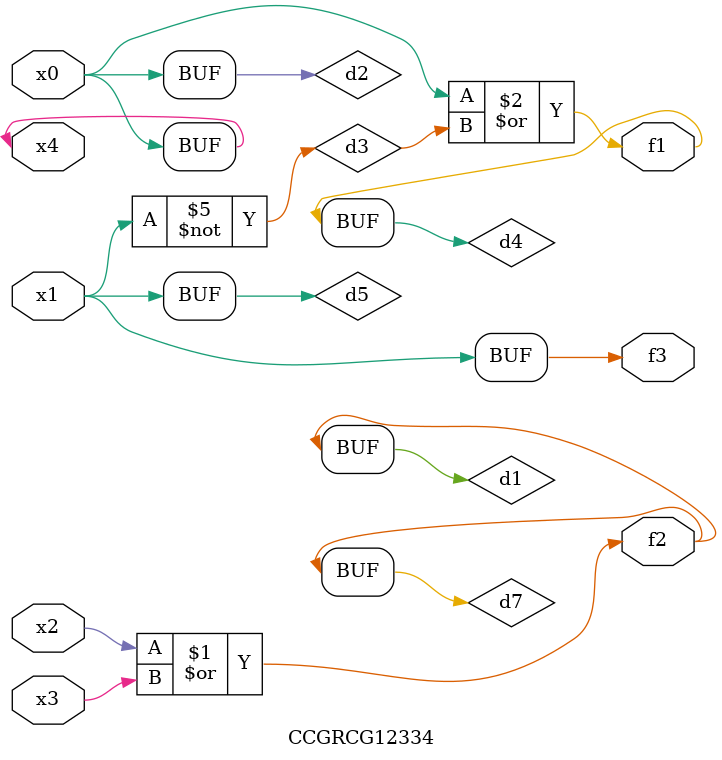
<source format=v>
module CCGRCG12334(
	input x0, x1, x2, x3, x4,
	output f1, f2, f3
);

	wire d1, d2, d3, d4, d5, d6, d7;

	or (d1, x2, x3);
	buf (d2, x0, x4);
	not (d3, x1);
	or (d4, d2, d3);
	not (d5, d3);
	nand (d6, d1, d3);
	or (d7, d1);
	assign f1 = d4;
	assign f2 = d7;
	assign f3 = d5;
endmodule

</source>
